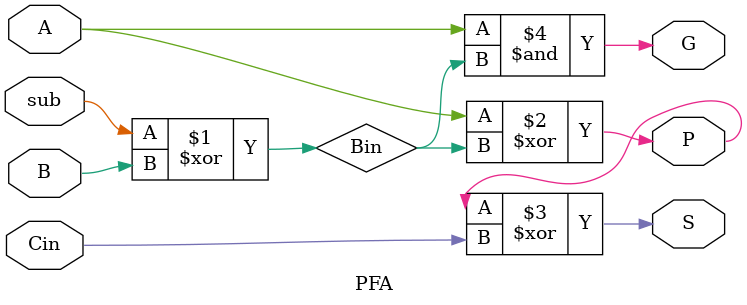
<source format=sv>
module PFA(A, B, sub, Cin, P, G, S);
input A,B, Cin;
input sub; //choose between add or sub
output P, G, S; //Prigate and Generate for carry look ahead chain
//partial full adder logic
wire Bin; //Bin allows for add or sub of B so now can choose between add or sub
assign Bin = sub ^ B;
assign P= A^ Bin;
assign S = P ^ Cin;
assign G = A & Bin;
endmodule 

</source>
